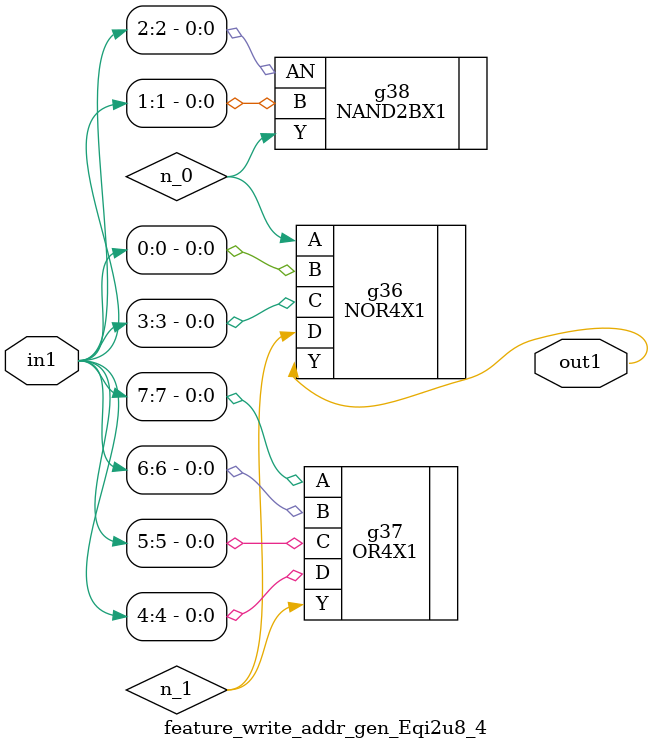
<source format=v>
`timescale 1ps / 1ps


module feature_write_addr_gen_Eqi2u8_4(in1, out1);
  input [7:0] in1;
  output out1;
  wire [7:0] in1;
  wire out1;
  wire n_0, n_1;
  NOR4X1 g36(.A (n_0), .B (in1[0]), .C (in1[3]), .D (n_1), .Y (out1));
  OR4X1 g37(.A (in1[7]), .B (in1[6]), .C (in1[5]), .D (in1[4]), .Y
       (n_1));
  NAND2BX1 g38(.AN (in1[2]), .B (in1[1]), .Y (n_0));
endmodule



</source>
